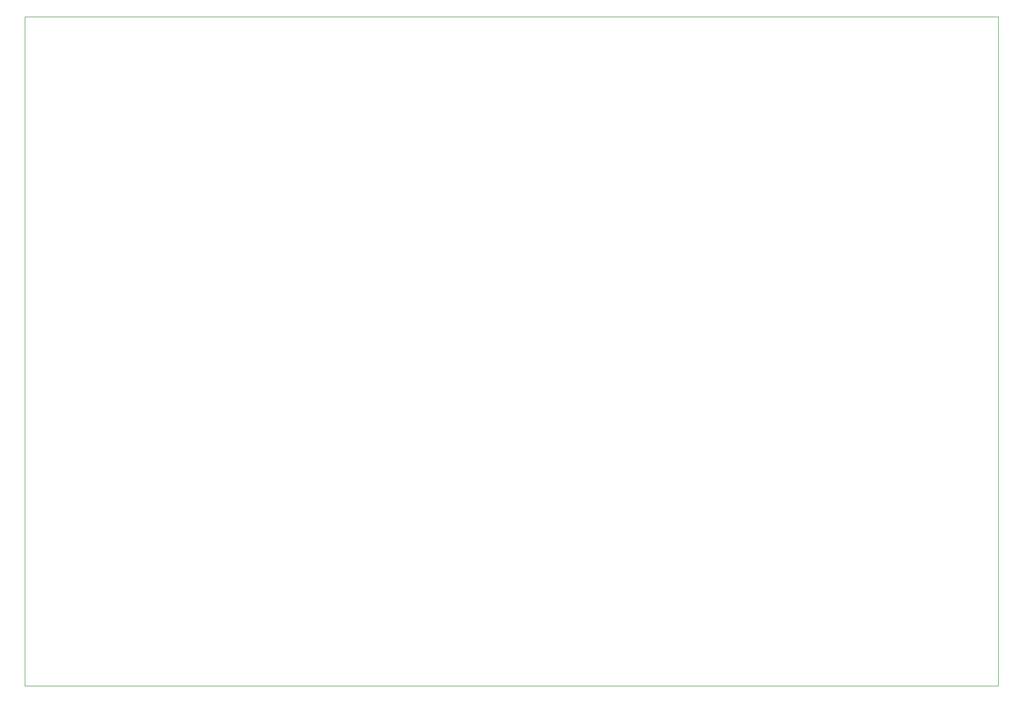
<source format=gbr>
G04 #@! TF.GenerationSoftware,KiCad,Pcbnew,5.0.1-33cea8e~68~ubuntu18.04.1*
G04 #@! TF.CreationDate,2018-11-05T06:29:50-06:00*
G04 #@! TF.ProjectId,raven-prototypes,726176656E2D70726F746F7479706573,rev?*
G04 #@! TF.SameCoordinates,Original*
G04 #@! TF.FileFunction,Profile,NP*
%FSLAX46Y46*%
G04 Gerber Fmt 4.6, Leading zero omitted, Abs format (unit mm)*
G04 Created by KiCad (PCBNEW 5.0.1-33cea8e~68~ubuntu18.04.1) date Mon 05 Nov 2018 06:29:50 AM CST*
%MOMM*%
%LPD*%
G01*
G04 APERTURE LIST*
%ADD10C,0.100000*%
G04 APERTURE END LIST*
D10*
X64500000Y-33500000D02*
X64500000Y-145500000D01*
X227500000Y-33500000D02*
X64500000Y-33500000D01*
X227500000Y-145500000D02*
X227500000Y-33500000D01*
X64500000Y-145500000D02*
X227500000Y-145500000D01*
M02*

</source>
